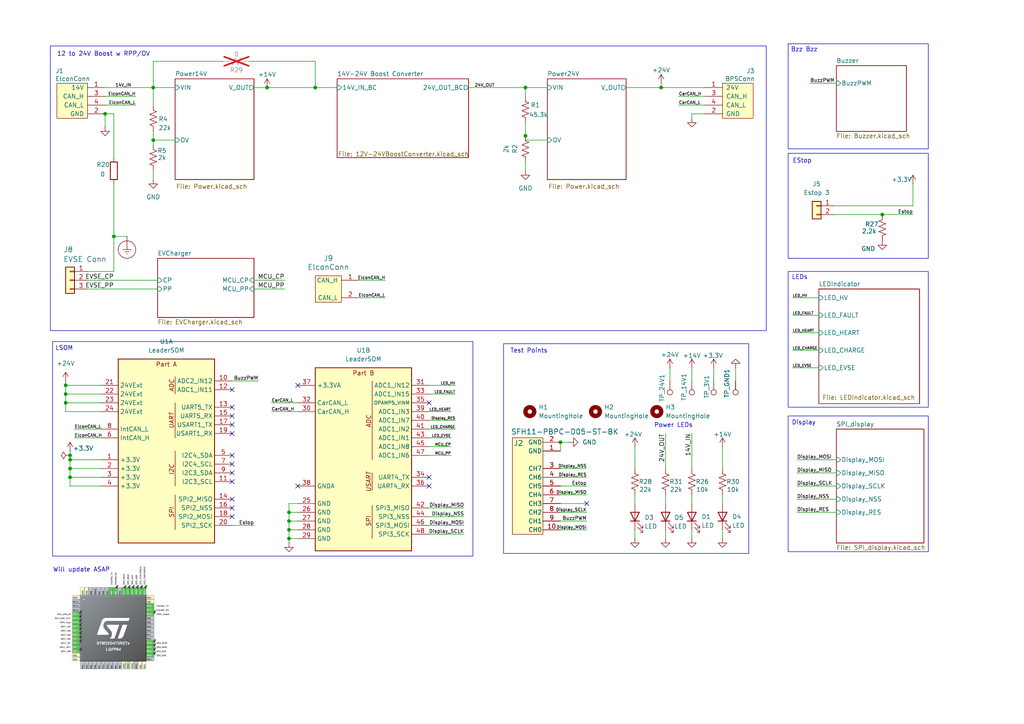
<source format=kicad_sch>
(kicad_sch (version 20250114) (generator "eeschema") (generator_version "9.0")
  (paper "A4")
  (lib_symbols
    (symbol "Connector:TestPoint" (pin_numbers (hide yes)) (pin_names (offset 0.762) (hide yes))
      (property "Reference" "TP" (at 0 6.858 0))
      (property "Value" "TestPoint" (at 0 5.08 0))
      (symbol "TestPoint_1_1"
        (pin passive line (at 0 0 90) (length 2.54) (name "1") (number "1"))
      )
    )
    (symbol "Connector_Generic:Conn_01x02" (pin_names (offset 1.016) (hide yes))
      (property "Reference" "J" (at 0 2.54 0))
      (property "Value" "Conn_01x02" (at 0 -5.08 0))
      (symbol "Conn_01x02_1_1"
        (pin passive line (at -5.08 0 0) (length 3.81) (name "Pin_1") (number "1"))
        (pin passive line (at -5.08 -2.54 0) (length 3.81) (name "Pin_2") (number "2"))
      )
    )
    (symbol "Connector_Generic:Conn_01x03" (pin_names (offset 1.016) (hide yes))
      (property "Reference" "J" (at 0 5.08 0))
      (property "Value" "Conn_01x03" (at 0 -5.08 0))
      (symbol "Conn_01x03_1_1"
        (pin passive line (at -5.08 2.54 0) (length 3.81) (name "Pin_1") (number "1"))
        (pin passive line (at -5.08 0 0) (length 3.81) (name "Pin_2") (number "2"))
        (pin passive line (at -5.08 -2.54 0) (length 3.81) (name "Pin_3") (number "3"))
      )
    )
    (symbol "Device:LED" (pin_numbers (hide yes)) (pin_names (offset 1.016) (hide yes))
      (property "Reference" "D" (at 0 2.54 0))
      (property "Value" "LED" (at 0 -2.54 0))
      (symbol "LED_1_1"
        (pin passive line (at -3.81 0 0) (length 2.54) (name "K") (number "1"))
        (pin passive line (at 3.81 0 180) (length 2.54) (name "A") (number "2"))
      )
    )
    (symbol "Device:R" (pin_numbers (hide yes)) (pin_names (offset 0))
      (property "Reference" "R" (at 2.032 0 90))
      (property "Value" "R" (at 0 0 90))
      (symbol "R_1_1"
        (pin passive line (at 0 3.81 270) (length 1.27) (name "~") (number "1"))
        (pin passive line (at 0 -3.81 90) (length 1.27) (name "~") (number "2"))
      )
    )
    (symbol "Device:R_US" (pin_numbers (hide yes)) (pin_names (offset 0))
      (property "Reference" "R" (at 2.54 0 90))
      (property "Value" "R_US" (at -2.54 0 90))
      (symbol "R_US_1_1"
        (pin passive line (at 0 3.81 270) (length 1.27) (name "~") (number "1"))
        (pin passive line (at 0 -3.81 90) (length 1.27) (name "~") (number "2"))
      )
    )
    (symbol "Mechanical:MountingHole" (pin_names (offset 1.016)) (in_bom no)
      (property "Reference" "H" (at 0 5.08 0))
      (property "Value" "MountingHole" (at 0 3.175 0))
    )
    (symbol "PeripheralCANConnector_1" (pin_names (offset 1.016))
      (property "Reference" "J1" (at -3.048 8.636 0))
      (property "Value" "ElconConn" (at 0.762 6.35 0))
      (symbol "PeripheralCANConnector_1_1_1"
        (pin power_out line (at 10.16 3.81 180) (length 5.08) (name "14V") (number "1"))
        (pin bidirectional line (at 10.16 1.27 180) (length 5.08) (name "CAN_H") (number "3"))
        (pin bidirectional line (at 10.16 -1.27 180) (length 5.08) (name "CAN_L") (number "4"))
        (pin power_in line (at 10.16 -3.81 180) (length 5.08) (name "GND") (number "2"))
      )
    )
    (symbol "power:+12V" (power) (pin_numbers (hide yes)) (pin_names (offset 0) (hide yes))
      (property "Value" "+12V" (at 0 3.556 0))
      (symbol "+12V_1_1"
        (pin power_in line (at 0 0 90) (length 0) (name "~") (number "1"))
      )
    )
    (symbol "power:+24V" (power) (pin_numbers (hide yes)) (pin_names (offset 0) (hide yes))
      (property "Value" "+24V" (at 0 3.556 0))
      (symbol "+24V_1_1"
        (pin power_in line (at 0 0 90) (length 0) (name "~") (number "1"))
      )
    )
    (symbol "power:+3.3V" (power) (pin_numbers (hide yes)) (pin_names (offset 0) (hide yes))
      (property "Value" "+3.3V" (at 0 3.556 0))
      (symbol "+3.3V_1_1"
        (pin power_in line (at 0 0 90) (length 0) (name "~") (number "1"))
      )
    )
    (symbol "power:Earth_Protective" (power) (pin_numbers (hide yes)) (pin_names (offset 0) (hide yes))
      (property "Value" "Earth_Protective" (at 0 -7.62 0))
      (symbol "Earth_Protective_1_1"
        (pin power_in line (at 0 0 270) (length 0) (name "~") (number "1"))
      )
    )
    (symbol "power:GND" (power) (pin_numbers (hide yes)) (pin_names (offset 0) (hide yes))
      (property "Value" "GND" (at 0 -3.81 0))
      (symbol "GND_1_1"
        (pin power_in line (at 0 0 270) (length 0) (name "~") (number "1"))
      )
    )
    (symbol "power:PWR_FLAG" (power) (pin_numbers (hide yes)) (pin_names (offset 0) (hide yes))
      (property "Value" "PWR_FLAG" (at 0 3.81 0))
      (symbol "PWR_FLAG_0_0"
        (pin power_out line (at 0 0 90) (length 0) (name "~") (number "1"))
      )
    )
    (symbol "utsvt_connectors2:CarCANConnector" (pin_names (offset 1.016))
      (property "Reference" "J" (at 0 7.874 0))
      (property "Value" "CarCANConnector" (at 0 5.588 0))
      (symbol "CarCANConnector_1_1"
        (pin bidirectional line (at 8.89 2.54 180) (length 5.08) (name "CAN_H") (number "1"))
        (pin bidirectional line (at 8.89 -2.54 180) (length 5.08) (name "CAN_L") (number "2"))
      )
    )
    (symbol "utsvt_connectors2:LeaderSOMConnector"
      (property "Reference" "U" (at 0 30.734 0))
      (property "Value" "LeaderSOM" (at -0.254 28.448 0))
      (symbol "LeaderSOMConnector_1_1"
        (text "Part A" (at 0 25.146 0) (effects (font (size 1.27 1.27))))
        (text "ADC" (at 1.524 19.05 900) (effects (font (size 1.27 1.27) (italic yes))))
        (text "UART" (at 1.524 8.89 900) (effects (font (size 1.27 1.27) (italic yes))))
        (text "I2C" (at 1.524 -5.334 900) (effects (font (size 1.27 1.27) (italic yes))))
        (text "SPI" (at 1.524 -17.78 900) (effects (font (size 1.27 1.27) (italic yes))))
        (pin input line (at -19.05 19.05 0) (length 5.08) (name "24VExt") (number "21"))
        (pin input line (at -19.05 16.51 0) (length 5.08) (name "24VExt") (number "22"))
        (pin input line (at -19.05 13.97 0) (length 5.08) (name "24VExt") (number "23"))
        (pin input line (at -19.05 11.43 0) (length 5.08) (name "24VExt") (number "24"))
        (pin input line (at -19.05 6.35 0) (length 5.08) (name "IntCAN_L") (number "8"))
        (pin input line (at -19.05 3.81 0) (length 5.08) (name "IntCAN_H") (number "6"))
        (pin output line (at -19.05 -2.54 0) (length 5.08) (name "+3.3V") (number "1"))
        (pin output line (at -19.05 -5.08 0) (length 5.08) (name "+3.3V") (number "2"))
        (pin output line (at -19.05 -7.62 0) (length 5.08) (name "+3.3V") (number "3"))
        (pin output line (at -19.05 -10.16 0) (length 5.08) (name "+3.3V") (number "4"))
        (pin no_connect line (at -19.05 -15.24 0) (length 5.08) (hide yes) (name "MNT") (number "49"))
        (pin no_connect line (at -19.05 -17.78 0) (length 5.08) (hide yes) (name "MNT") (number "50"))
        (pin no_connect line (at -19.05 -20.32 0) (length 5.08) (hide yes) (name "MNT") (number "51"))
        (pin no_connect line (at -19.05 -22.606 0) (length 5.08) (hide yes) (name "MNT") (number "52"))
        (pin input line (at 19.05 20.32 180) (length 5.08) (name "ADC2_IN12") (number "10"))
        (pin input line (at 19.05 17.78 180) (length 5.08) (name "ADC1_IN11") (number "12"))
        (pin bidirectional line (at 19.05 12.7 180) (length 5.08) (name "UART5_TX") (number "13"))
        (pin bidirectional line (at 19.05 10.16 180) (length 5.08) (name "UART5_RX") (number "15"))
        (pin bidirectional line (at 19.05 7.62 180) (length 5.08) (name "USART1_TX") (number "17"))
        (pin bidirectional line (at 19.05 5.08 180) (length 5.08) (name "USART1_RX") (number "19"))
        (pin bidirectional line (at 19.05 -1.27 180) (length 5.08) (name "I2C4_SDA") (number "5"))
        (pin input line (at 19.05 -3.81 180) (length 5.08) (name "I2C4_SCL") (number "7"))
        (pin bidirectional line (at 19.05 -6.35 180) (length 5.08) (name "I2C3_SDA") (number "9"))
        (pin input line (at 19.05 -8.89 180) (length 5.08) (name "I2C3_SCL") (number "11"))
        (pin input line (at 19.05 -13.97 180) (length 5.08) (name "SPI2_MISO") (number "14"))
        (pin output line (at 19.05 -16.51 180) (length 5.08) (name "SPI2_NSS") (number "16"))
        (pin output line (at 19.05 -19.05 180) (length 5.08) (name "SPI2_MOSI") (number "18"))
        (pin output line (at 19.05 -21.59 180) (length 5.08) (name "SPI2_SCK") (number "20"))
      )
      (symbol "LeaderSOMConnector_2_1"
        (text "Part B" (at 0 25.146 0) (effects (font (size 1.27 1.27))))
        (text "ADC" (at 1.524 11.176 900) (effects (font (size 1.27 1.27) (italic yes))))
        (text "USART" (at 1.524 -6.35 900) (effects (font (size 1.27 1.27) (italic yes))))
        (text "SPI" (at 1.524 -17.78 900) (effects (font (size 1.27 1.27) (italic yes))))
        (pin output line (at -19.05 21.59 0) (length 5.08) (name "+3.3VA") (number "37"))
        (pin input line (at -19.05 16.51 0) (length 5.08) (name "CarCAN_L") (number "32"))
        (pin input line (at -19.05 13.97 0) (length 5.08) (name "CarCAN_H") (number "30"))
        (pin input line (at -19.05 -7.62 0) (length 5.08) (name "GNDA") (number "38"))
        (pin input line (at -19.05 -12.7 0) (length 5.08) (name "GND") (number "25"))
        (pin input line (at -19.05 -15.24 0) (length 5.08) (name "GND") (number "26"))
        (pin input line (at -19.05 -17.78 0) (length 5.08) (name "GND") (number "27"))
        (pin input line (at -19.05 -20.32 0) (length 5.08) (name "GND") (number "28"))
        (pin input line (at -19.05 -22.86 0) (length 5.08) (name "GND") (number "29"))
        (pin input line (at 19.05 21.59 180) (length 5.08) (name "ADC1_IN12") (number "31"))
        (pin output line (at 19.05 19.05 180) (length 5.08) (name "ADC1_IN15") (number "33"))
        (pin output line (at 19.05 16.51 180) (length 5.08) (name "OPAMP5_VINM") (number "35"))
        (pin output line (at 19.05 13.97 180) (length 5.08) (name "ADC1_IN3") (number "39"))
        (pin input line (at 19.05 11.43 180) (length 5.08) (name "ADC1_IN7") (number "40"))
        (pin input line (at 19.05 8.89 180) (length 5.08) (name "ADC1_IN2") (number "41"))
        (pin input line (at 19.05 6.35 180) (length 5.08) (name "ADC1_IN1") (number "43"))
        (pin output line (at 19.05 3.81 180) (length 5.08) (name "ADC1_IN8") (number "45"))
        (pin output line (at 19.05 1.27 180) (length 5.08) (name "ADC1_IN6") (number "47"))
        (pin output line (at 19.05 -5.08 180) (length 5.08) (name "UART4_TX") (number "34"))
        (pin output line (at 19.05 -7.62 180) (length 5.08) (name "UART4_RX") (number "36"))
        (pin output line (at 19.05 -13.97 180) (length 5.08) (name "SPI3_MISO") (number "42"))
        (pin input line (at 19.05 -16.51 180) (length 5.08) (name "SPI3_NSS") (number "44"))
        (pin output line (at 19.05 -19.05 180) (length 5.08) (name "SPI3_MOSI") (number "46"))
        (pin output line (at 19.05 -21.59 180) (length 5.08) (name "SPI3_SCK") (number "48"))
      )
    )
    (symbol "utsvt_connectors2:PeripheralCANConnector" (pin_names (offset 1.016))
      (property "Reference" "J" (at 0.762 9.144 0))
      (property "Value" "PeripheralCAN" (at 8.128 6.858 0))
      (symbol "PeripheralCANConnector_1_1"
        (pin power_in line (at 10.16 3.81 180) (length 5.08) (name "24V") (number "1"))
        (pin bidirectional line (at 10.16 1.27 180) (length 5.08) (name "CAN_H") (number "3"))
        (pin bidirectional line (at 10.16 -1.27 180) (length 5.08) (name "CAN_L") (number "4"))
        (pin power_in line (at 10.16 -3.81 180) (length 5.08) (name "GND") (number "2"))
      )
    )
    (symbol "utsvt_connectors2:SFH11-PBPC-D05-ST-BK" (pin_names (offset 0.254))
      (property "Reference" "J2" (at 12.192 -23.876 0))
      (property "Value" "SFH11-PBPC-D05-ST-BK" (at -1.27 -27.178 0))
      (symbol "SFH11-PBPC-D05-ST-BK_1_1"
        (pin input line (at 0 1.27 0) (length 5.08) (name "CH0") (number "10"))
        (pin input line (at 0 -1.27 0) (length 5.08) (name "CH1") (number "9"))
        (pin input line (at 0 -3.81 0) (length 5.08) (name "CH2") (number "8"))
        (pin input line (at 0 -6.35 0) (length 5.08) (name "CH3") (number "7"))
        (pin input line (at 0 -8.89 0) (length 5.08) (name "CH4") (number "6"))
        (pin input line (at 0 -11.43 0) (length 5.08) (name "CH5") (number "5"))
        (pin input line (at 0 -13.97 0) (length 5.08) (name "CH6") (number "4"))
        (pin input line (at 0 -16.51 0) (length 5.08) (name "CH7") (number "3"))
        (pin input line (at 0 -21.59 0) (length 5.08) (name "GND") (number "1"))
        (pin input line (at 0 -24.13 0) (length 5.08) (name "GND") (number "2"))
      )
      (symbol "SFH11-PBPC-D05-ST-BK_1_2"
        (pin unspecified line (at 0 0 0) (length 5.08) (name "1") (number "1"))
        (pin unspecified line (at 0 -2.54 0) (length 5.08) (name "2") (number "2"))
        (pin unspecified line (at 0 -5.08 0) (length 5.08) (name "3") (number "3"))
        (pin unspecified line (at 0 -7.62 0) (length 5.08) (name "4") (number "4"))
        (pin unspecified line (at 0 -10.16 0) (length 5.08) (name "5") (number "5"))
        (pin unspecified line (at 0 -12.7 0) (length 5.08) (name "6") (number "6"))
        (pin unspecified line (at 0 -15.24 0) (length 5.08) (name "7") (number "7"))
        (pin unspecified line (at 0 -17.78 0) (length 5.08) (name "8") (number "8"))
        (pin unspecified line (at 0 -20.32 0) (length 5.08) (name "9") (number "9"))
        (pin unspecified line (at 0 -22.86 0) (length 5.08) (name "10") (number "10"))
      )
    )
  )
  (rectangle (start 15.24 99.06) (end 137.16 161.29))
  (rectangle (start 228.6 120.65) (end 269.24 160.02))
  (rectangle (start 146.05 99.695) (end 217.17 160.528))
  (rectangle (start 14.605 13.335) (end 222.25 95.885))
  (rectangle (start 228.6 78.74) (end 269.24 118.11))
  (rectangle (start 228.6 44.45) (end 269.24 74.93))
  (rectangle (start 228.6 12.7) (end 269.24 43.18))
  (text "Test Points" (at 153.416 101.854 0) (effects (font (size 1.27 1.27))))
  (text "Will update ASAP" (at 23.622 165.354 0) (effects (font (size 1.27 1.27))))
  (text "12 to 24V Boost w RPP/OV" (at 16.51 15.748 0) (effects (font (size 1.27 1.27)) (justify left)))
  (text "Bzz Bzz" (at 229.362 14.478 0) (effects (font (size 1.27 1.27)) (justify left)))
  (text "Power LEDs" (at 195.326 123.444 0) (effects (font (size 1.27 1.27))))
  (text "LSOM" (at 16.002 101.092 0) (effects (font (size 1.27 1.27)) (justify left)))
  (text "Display" (at 229.616 122.682 0) (effects (font (size 1.27 1.27)) (justify left)))
  (text "EStop\n" (at 232.664 46.736 0) (effects (font (size 1.27 1.27))))
  (text "LEDs" (at 229.616 80.518 0) (effects (font (size 1.27 1.27)) (justify left)))
  (junction (at 20.32 133.35))
  (junction (at 152.4 39.37))
  (junction (at 30.48 33.02))
  (junction (at 33.02 68.58))
  (junction (at 255.905 62.23))
  (junction (at 91.44 25.4))
  (junction (at 83.82 153.67))
  (junction (at 44.45 40.64))
  (junction (at 77.47 25.4))
  (junction (at 20.32 138.43))
  (junction (at 191.77 25.4))
  (junction (at 162.56 128.27))
  (junction (at 83.82 148.59))
  (junction (at 19.05 111.76))
  (junction (at 20.32 135.89))
  (junction (at 19.05 114.3))
  (junction (at 83.82 156.21))
  (junction (at 83.82 151.13))
  (junction (at 152.4 25.4))
  (junction (at 19.05 116.84))
  (junction (at 20.32 132.08))
  (junction (at 44.45 25.4))
  (no_connect (at 124.46 116.84))
  (no_connect (at 67.31 113.03))
  (no_connect (at 67.31 137.16))
  (no_connect (at 86.36 111.76))
  (no_connect (at 67.31 125.73))
  (no_connect (at 67.31 139.7))
  (no_connect (at 67.31 120.65))
  (no_connect (at 67.31 118.11))
  (no_connect (at 67.31 134.62))
  (no_connect (at 67.31 149.86))
  (no_connect (at 124.46 138.43))
  (no_connect (at 67.31 132.08))
  (no_connect (at 67.31 123.19))
  (no_connect (at 124.46 140.97))
  (no_connect (at 170.18 146.05))
  (no_connect (at 67.31 147.32))
  (no_connect (at 67.31 144.78))
  (no_connect (at 86.36 140.97))
  (wire (pts (xy 181.61 25.4) (xy 191.77 25.4)))
  (wire (pts (xy 204.47 27.94) (xy 196.85 27.94)))
  (wire (pts (xy 83.82 156.21) (xy 83.82 157.48)))
  (wire (pts (xy 200.66 156.21) (xy 200.66 153.67)))
  (wire (pts (xy 193.04 153.67) (xy 193.04 156.21)))
  (wire (pts (xy 213.36 110.49) (xy 213.36 106.68)))
  (wire (pts (xy 44.45 17.78) (xy 44.45 25.4)))
  (wire (pts (xy 264.795 62.23) (xy 255.905 62.23)))
  (wire (pts (xy 170.18 135.89) (xy 162.56 135.89)))
  (wire (pts (xy 200.66 33.02) (xy 200.66 34.29)))
  (wire (pts (xy 91.44 25.4) (xy 97.79 25.4)))
  (wire (pts (xy 20.32 138.43) (xy 20.32 140.97)))
  (wire (pts (xy 242.57 144.78) (xy 231.14 144.78)))
  (wire (pts (xy 191.77 25.4) (xy 204.47 25.4)))
  (wire (pts (xy 204.47 30.48) (xy 196.85 30.48)))
  (wire (pts (xy 25.4 78.74) (xy 33.02 78.74)))
  (wire (pts (xy 30.48 25.4) (xy 44.45 25.4)))
  (wire (pts (xy 104.14 86.36) (xy 111.76 86.36)))
  (wire (pts (xy 194.31 110.49) (xy 194.31 106.68)))
  (wire (pts (xy 44.45 40.64) (xy 50.8 40.64)))
  (wire (pts (xy 193.04 125.73) (xy 193.04 135.89)))
  (wire (pts (xy 170.18 143.51) (xy 162.56 143.51)))
  (wire (pts (xy 78.74 116.84) (xy 86.36 116.84)))
  (wire (pts (xy 25.4 83.82) (xy 45.72 83.82)))
  (wire (pts (xy 73.66 83.82) (xy 82.55 83.82)))
  (wire (pts (xy 19.05 114.3) (xy 29.21 114.3)))
  (wire (pts (xy 229.87 101.6) (xy 237.49 101.6)))
  (wire (pts (xy 83.82 153.67) (xy 83.82 156.21)))
  (wire (pts (xy 44.45 38.1) (xy 44.45 40.64)))
  (wire (pts (xy 104.14 81.28) (xy 111.76 81.28)))
  (wire (pts (xy 124.46 129.54) (xy 130.81 129.54)))
  (wire (pts (xy 21.59 127) (xy 29.21 127)))
  (wire (pts (xy 20.32 135.89) (xy 29.21 135.89)))
  (wire (pts (xy 242.57 137.16) (xy 231.14 137.16)))
  (wire (pts (xy 170.18 151.13) (xy 162.56 151.13)))
  (wire (pts (xy 30.48 36.83) (xy 30.48 33.02)))
  (wire (pts (xy 44.45 40.64) (xy 44.45 41.91)))
  (wire (pts (xy 242.57 140.97) (xy 231.14 140.97)))
  (wire (pts (xy 170.18 148.59) (xy 162.56 148.59)))
  (wire (pts (xy 124.46 121.92) (xy 132.08 121.92)))
  (wire (pts (xy 20.32 138.43) (xy 29.21 138.43)))
  (wire (pts (xy 209.55 146.05) (xy 209.55 143.51)))
  (wire (pts (xy 20.32 130.81) (xy 20.32 132.08)))
  (wire (pts (xy 77.47 25.4) (xy 91.44 25.4)))
  (wire (pts (xy 30.48 27.94) (xy 39.37 27.94)))
  (wire (pts (xy 130.81 119.38) (xy 124.46 119.38)))
  (wire (pts (xy 152.4 40.64) (xy 152.4 39.37)))
  (wire (pts (xy 124.46 154.94) (xy 134.62 154.94)))
  (wire (pts (xy 124.46 147.32) (xy 134.62 147.32)))
  (wire (pts (xy 83.82 148.59) (xy 86.36 148.59)))
  (wire (pts (xy 44.45 25.4) (xy 50.8 25.4)))
  (wire (pts (xy 200.66 106.68) (xy 200.66 110.49)))
  (wire (pts (xy 152.4 49.53) (xy 152.4 46.99)))
  (wire (pts (xy 170.18 153.67) (xy 162.56 153.67)))
  (wire (pts (xy 30.48 30.48) (xy 39.37 30.48)))
  (wire (pts (xy 152.4 40.64) (xy 158.75 40.64)))
  (wire (pts (xy 44.45 25.4) (xy 44.45 30.48)))
  (wire (pts (xy 170.18 138.43) (xy 162.56 138.43)))
  (wire (pts (xy 91.44 17.78) (xy 72.39 17.78)))
  (wire (pts (xy 20.32 133.35) (xy 20.32 135.89)))
  (wire (pts (xy 162.56 128.27) (xy 165.1 128.27)))
  (wire (pts (xy 152.4 35.56) (xy 152.4 39.37)))
  (wire (pts (xy 44.45 49.53) (xy 44.45 52.07)))
  (wire (pts (xy 229.87 91.44) (xy 237.49 91.44)))
  (wire (pts (xy 19.05 114.3) (xy 19.05 116.84)))
  (wire (pts (xy 83.82 156.21) (xy 86.36 156.21)))
  (wire (pts (xy 19.05 111.76) (xy 29.21 111.76)))
  (wire (pts (xy 242.57 148.59) (xy 231.14 148.59)))
  (wire (pts (xy 19.05 116.84) (xy 29.21 116.84)))
  (wire (pts (xy 124.46 132.08) (xy 130.81 132.08)))
  (wire (pts (xy 33.02 68.58) (xy 33.02 78.74)))
  (wire (pts (xy 135.89 25.4) (xy 152.4 25.4)))
  (wire (pts (xy 67.31 110.49) (xy 74.93 110.49)))
  (wire (pts (xy 229.87 86.36) (xy 237.49 86.36)))
  (wire (pts (xy 170.18 140.97) (xy 162.56 140.97)))
  (wire (pts (xy 184.15 129.54) (xy 184.15 135.89)))
  (wire (pts (xy 83.82 146.05) (xy 83.82 148.59)))
  (wire (pts (xy 19.05 111.76) (xy 19.05 114.3)))
  (wire (pts (xy 67.31 152.4) (xy 73.66 152.4)))
  (wire (pts (xy 20.32 132.08) (xy 20.32 133.35)))
  (wire (pts (xy 132.08 114.3) (xy 124.46 114.3)))
  (wire (pts (xy 200.66 146.05) (xy 200.66 143.51)))
  (wire (pts (xy 78.74 119.38) (xy 86.36 119.38)))
  (wire (pts (xy 209.55 129.54) (xy 209.55 135.89)))
  (wire (pts (xy 124.46 149.86) (xy 134.62 149.86)))
  (wire (pts (xy 91.44 17.78) (xy 91.44 25.4)))
  (wire (pts (xy 20.32 140.97) (xy 29.21 140.97)))
  (wire (pts (xy 204.47 33.02) (xy 200.66 33.02)))
  (wire (pts (xy 33.02 53.34) (xy 33.02 68.58)))
  (wire (pts (xy 19.05 119.38) (xy 29.21 119.38)))
  (wire (pts (xy 30.48 33.02) (xy 33.02 33.02)))
  (wire (pts (xy 25.4 81.28) (xy 45.72 81.28)))
  (wire (pts (xy 152.4 25.4) (xy 158.75 25.4)))
  (wire (pts (xy 20.32 133.35) (xy 29.21 133.35)))
  (wire (pts (xy 86.36 146.05) (xy 83.82 146.05)))
  (wire (pts (xy 255.905 62.23) (xy 241.935 62.23)))
  (wire (pts (xy 209.55 156.21) (xy 209.55 153.67)))
  (wire (pts (xy 44.45 17.78) (xy 64.77 17.78)))
  (wire (pts (xy 124.46 127) (xy 130.81 127)))
  (wire (pts (xy 19.05 116.84) (xy 19.05 119.38)))
  (wire (pts (xy 132.08 111.76) (xy 124.46 111.76)))
  (wire (pts (xy 33.02 68.58) (xy 36.83 68.58)))
  (wire (pts (xy 83.82 153.67) (xy 86.36 153.67)))
  (wire (pts (xy 229.87 96.52) (xy 237.49 96.52)))
  (wire (pts (xy 33.02 33.02) (xy 33.02 45.72)))
  (wire (pts (xy 124.46 124.46) (xy 132.08 124.46)))
  (wire (pts (xy 207.01 110.49) (xy 207.01 106.68)))
  (wire (pts (xy 234.95 24.13) (xy 242.57 24.13)))
  (wire (pts (xy 170.18 146.05) (xy 162.56 146.05)))
  (wire (pts (xy 184.15 143.51) (xy 184.15 146.05)))
  (wire (pts (xy 200.66 125.73) (xy 200.66 135.89)))
  (wire (pts (xy 19.05 110.49) (xy 19.05 111.76)))
  (wire (pts (xy 124.46 152.4) (xy 134.62 152.4)))
  (wire (pts (xy 191.77 25.4) (xy 191.77 24.13)))
  (wire (pts (xy 264.795 53.34) (xy 264.795 59.69)))
  (wire (pts (xy 83.82 148.59) (xy 83.82 151.13)))
  (wire (pts (xy 83.82 151.13) (xy 86.36 151.13)))
  (wire (pts (xy 77.47 25.4) (xy 73.66 25.4)))
  (wire (pts (xy 184.15 153.67) (xy 184.15 156.21)))
  (wire (pts (xy 73.66 81.28) (xy 82.55 81.28)))
  (wire (pts (xy 152.4 27.94) (xy 152.4 25.4)))
  (wire (pts (xy 162.56 128.27) (xy 162.56 130.81)))
  (wire (pts (xy 193.04 143.51) (xy 193.04 146.05)))
  (wire (pts (xy 242.57 133.35) (xy 231.14 133.35)))
  (wire (pts (xy 20.32 135.89) (xy 20.32 138.43)))
  (wire (pts (xy 21.59 124.46) (xy 29.21 124.46)))
  (wire (pts (xy 229.87 106.68) (xy 237.49 106.68)))
  (wire (pts (xy 83.82 151.13) (xy 83.82 153.67)))
  (wire (pts (xy 241.935 59.69) (xy 264.795 59.69)))
  (image (at 33.401 179.578) (scale 0.216973))
  (label "Estop" (at 73.66 152.4 180) (effects (font (size 1.016 1.016))))
  (label "BuzzPWM" (at 234.95 24.13 0) (effects (font (size 1.016 1.016))))
  (label "Display_RES" (at 132.08 121.92 180) (effects (font (size 0.762 0.762))))
  (label "CarCAN_L" (at 196.85 30.48 0) (effects (font (size 0.889 0.889))))
  (label "Display_RES" (at 170.18 138.43 180) (effects (font (size 0.889 0.889))))
  (label "LED_CHARGE" (at 229.87 101.6 0) (effects (font (size 0.762 0.762))))
  (label "MCU_CP" (at 82.55 81.28 180))
  (label "Estop" (at 264.795 62.23 180) (effects (font (size 1.016 1.016))))
  (label "MCU_CP" (at 130.81 129.54 180) (effects (font (size 0.762 0.762))))
  (label "BuzzPWM" (at 170.18 151.13 180) (effects (font (size 1.016 1.016))))
  (label "Display_NSS" (at 134.62 149.86 180) (effects (font (size 1.016 1.016))))
  (label "24V_OUT" (at 143.51 25.4 180) (effects (font (size 0.889 0.889))))
  (label "CarCAN_H" (at 196.85 27.94 0) (effects (font (size 0.889 0.889))))
  (label "14V_IN" (at 200.66 125.73 270))
  (label "Display_MISO" (at 170.18 143.51 180) (effects (font (size 0.889 0.889))))
  (label "CarCAN_H" (at 78.74 119.38 0) (effects (font (size 0.889 0.889))))
  (label "LED_EVSE" (at 130.81 127 180) (effects (font (size 0.762 0.762))))
  (label "MCU_PP" (at 130.81 132.08 180) (effects (font (size 0.762 0.762))))
  (label "MCU_PP" (at 82.55 83.82 180))
  (label "Display_NSS" (at 170.18 135.89 180) (effects (font (size 0.889 0.889))))
  (label "LED_HEART" (at 229.87 96.52 0) (effects (font (size 0.762 0.762))))
  (label "Display_RES" (at 231.14 148.59 0) (effects (font (size 1.016 1.016))))
  (label "ElconCAN_H" (at 21.59 127 0) (effects (font (size 0.889 0.889))))
  (label "Display_MISO" (at 134.62 147.32 180) (effects (font (size 1.016 1.016))))
  (label "Display_SCLK" (at 170.18 148.59 180) (effects (font (size 0.889 0.889))))
  (label "EVSE_CP" (at 33.02 81.28 180))
  (label "BuzzPWM" (at 74.93 110.49 180) (effects (font (size 1.016 1.016))))
  (label "LED_HEART" (at 130.81 119.38 180) (effects (font (size 0.762 0.762))))
  (label "ElconCAN_H" (at 111.76 81.28 180) (effects (font (size 0.889 0.889))))
  (label "LED_EVSE" (at 229.87 106.68 0) (effects (font (size 0.762 0.762))))
  (label "14V_IN" (at 38.1 25.4 180) (effects (font (size 0.889 0.889))))
  (label "ElconCAN_L" (at 111.76 86.36 180) (effects (font (size 0.889 0.889))))
  (label "EVSE_PP" (at 33.02 83.82 180))
  (label "Display_MOSI" (at 231.14 133.35 0) (effects (font (size 1.016 1.016))))
  (label "24V_OUT" (at 193.04 125.73 270))
  (label "ElconCAN_H" (at 39.37 27.94 180) (effects (font (size 0.889 0.889))))
  (label "LED_FAULT" (at 132.08 114.3 180) (effects (font (size 0.762 0.762))))
  (label "Display_NSS" (at 231.14 144.78 0) (effects (font (size 1.016 1.016))))
  (label "Display_MOSI" (at 134.62 152.4 180) (effects (font (size 1.016 1.016))))
  (label "LED_HV" (at 229.87 86.36 0) (effects (font (size 0.762 0.762))))
  (label "Display_MISO" (at 231.14 137.16 0) (effects (font (size 1.016 1.016))))
  (label "Display_MOSI" (at 170.18 153.67 180) (effects (font (size 0.889 0.889))))
  (label "ElconCAN_L" (at 39.37 30.48 180) (effects (font (size 0.889 0.889))))
  (label "Display_SCLK" (at 134.62 154.94 180) (effects (font (size 1.016 1.016))))
  (label "ElconCAN_L" (at 21.59 124.46 0) (effects (font (size 0.889 0.889))))
  (label "LED_HV" (at 132.08 111.76 180) (effects (font (size 0.762 0.762))))
  (label "Estop" (at 170.18 140.97 180) (effects (font (size 1.016 1.016))))
  (label "Display_SCLK" (at 231.14 140.97 0) (effects (font (size 1.016 1.016))))
  (label "CarCAN_L" (at 78.74 116.84 0) (effects (font (size 0.889 0.889))))
  (label "LED_FAULT" (at 229.87 91.44 0) (effects (font (size 0.762 0.762))))
  (label "LED_CHARGE" (at 132.08 124.46 180) (effects (font (size 0.762 0.762))))
  (symbol (lib_id "power:+24V") (at 191.77 24.13 0) (mirror y) (unit 1)
    (property "Reference" "#PWR08" (effects (hide yes)))
    (property "Value" "+24V" (at 191.77 20.32 0))
    (property "Description" "Power symbol creates a global label with name \"+24V\"" (effects (hide yes)))
  )
  (symbol (lib_id "Connector:TestPoint") (at 194.31 110.49 180) (unit 1) (in_bom no)
    (property "Reference" "TP_24V1" (at 192.024 108.458 90) (effects (justify left)))
    (property "Value" "TestPoint" (effects (hide yes)))
    (property "Footprint" "UTSVT_Special:TestPoint_HEX_3mmID" (effects (hide yes)))
    (property "Description" "test point" (effects (hide yes)))
  )
  (symbol (lib_id "power:GND") (at 165.1 128.27 90) (unit 1)
    (property "Reference" "#PWR06" (effects (hide yes)))
    (property "Value" "GND" (at 168.91 128.2699 90) (effects (justify right)))
    (property "Description" "Power symbol creates a global label with name \"GND\" , ground" (effects (hide yes)))
  )
  (symbol (lib_id "power:GND") (at 213.36 106.68 180) (unit 1)
    (property "Reference" "#PWR012" (effects (hide yes)))
    (property "Value" "GND" (effects (hide yes)))
    (property "Description" "Power symbol creates a global label with name \"GND\" , ground" (effects (hide yes)))
  )
  (symbol (lib_id "Device:R_US") (at 184.15 139.7 180) (unit 1)
    (property "Reference" "R28" (at 187.198 139.7 0))
    (property "Value" "22k" (at 187.198 141.986 0))
    (property "Footprint" "Resistor_SMD:R_0603_1608Metric" (effects (hide yes)))
    (property "Description" "Resistor, US symbol" (effects (hide yes)))
    (property "Distrbutor Link" "https://www.mouser.com/ProductDetail/Vishay/CRCW06034K30FKEA?qs=1ghF3ZI8kS%252BhxcgBxz%2F4yQ%3D%3D&srsltid=AfmBOooGDxdUf0ca1My_gTXe7egerjZn-Af-f653yPj3knX9z7sxclup" (effects (hide yes)))
    (property "Manufacturer" "Vishay" (effects (hide yes)))
    (property "P/N" "CRCW060322K0FKEAHP" (effects (hide yes)))
  )
  (symbol (lib_id "power:+24V") (at 194.31 106.68 0) (unit 1)
    (property "Reference" "#PWR010" (effects (hide yes)))
    (property "Value" "+24V" (at 194.31 102.87 0))
    (property "Description" "Power symbol creates a global label with name \"+24V\"" (effects (hide yes)))
  )
  (symbol (lib_id "power:+24V") (at 184.15 129.54 0) (mirror y) (unit 1)
    (property "Reference" "#PWR037" (effects (hide yes)))
    (property "Value" "+24V" (at 183.642 125.984 0))
    (property "Description" "Power symbol creates a global label with name \"+24V\"" (effects (hide yes)))
  )
  (symbol (lib_id "power:+12V") (at 200.66 106.68 0) (unit 1)
    (property "Reference" "#PWR03" (effects (hide yes)))
    (property "Value" "+14V" (at 200.66 103.124 0))
    (property "Description" "Power symbol creates a global label with name \"+12V\"" (effects (hide yes)))
  )
  (symbol (lib_id "Device:LED") (at 184.15 149.86 90) (unit 1)
    (property "Reference" "D3" (at 186.944 150.114 90) (effects (justify right)))
    (property "Value" "LED" (at 186.944 152.654 90) (effects (justify right)))
    (property "Footprint" "LED_SMD:LED_0603_1608Metric" (effects (hide yes)))
    (property "Description" "Light emitting diode" (effects (hide yes)))
    (property "Sim.Pins" "1=K 2=A" (effects (hide yes)))
    (property "P/N" "LTST-C193TBKT-5A" (effects (hide yes)))
  )
  (symbol (lib_id "power:GND") (at 83.82 157.48 0) (unit 1)
    (property "Reference" "#PWR013" (effects (hide yes)))
    (property "Value" "GND" (effects (hide yes)))
    (property "Description" "Power symbol creates a global label with name \"GND\" , ground" (effects (hide yes)))
  )
  (symbol (lib_id "utsvt_connectors2:LeaderSOMConnector") (at 105.41 133.35 0) (unit 2)
    (property "Reference" "U1" (at 105.41 101.6 0))
    (property "Value" "LeaderSOM" (at 105.41 104.14 0))
    (property "Footprint" "UTSVT_Special:LeaderSOM" (effects (hide yes)))
    (property "Datasheet" "https://github.com/lhr-solar/LeaderSOMPCB" (effects (hide yes)))
    (property "Description" "Symbol for both board-to-board connectors from the LeaderSOM" (effects (hide yes)))
  )
  (symbol (lib_id "Mechanical:MountingHole") (at 190.5 119.38 0) (unit 1) (in_bom no)
    (property "Reference" "H3" (at 193.04 118.1099 0) (effects (justify left)))
    (property "Value" "MountingHole" (at 193.04 120.6499 0) (effects (justify left)))
    (property "Footprint" "MountingHole:MountingHole_3mm_Pad_TopBottom" (effects (hide yes)))
    (property "Description" "Mounting Hole without connection" (effects (hide yes)))
  )
  (symbol (lib_id "power:+24V") (at 19.05 110.49 0) (unit 1)
    (property "Reference" "#PWR01" (effects (hide yes)))
    (property "Value" "+24V" (at 19.05 105.41 0))
    (property "Description" "Power symbol creates a global label with name \"+24V\"" (effects (hide yes)))
  )
  (symbol (lib_id "Connector:TestPoint") (at 213.36 110.49 180) (unit 1) (in_bom no)
    (property "Reference" "TP_GND1" (at 210.82 106.934 90) (effects (justify left)))
    (property "Value" "TestPoint" (effects (hide yes)))
    (property "Footprint" "UTSVT_Special:TestPoint_HEX_3mmID" (effects (hide yes)))
    (property "Description" "test point" (effects (hide yes)))
  )
  (symbol (lib_id "power:+3.3V") (at 20.32 130.81 0) (unit 1)
    (property "Reference" "#PWR02" (effects (hide yes)))
    (property "Value" "+3.3V" (at 24.13 130.048 0))
    (property "Description" "Power symbol creates a global label with name \"+3.3V\"" (effects (hide yes)))
  )
  (symbol (lib_id "Device:R_US") (at 44.45 45.72 180) (unit 1)
    (property "Reference" "R5" (at 46.99 43.688 0))
    (property "Value" "2k" (at 46.99 45.72 0))
    (property "Footprint" "Resistor_SMD:R_0603_1608Metric" (effects (hide yes)))
    (property "Description" "Resistor, US symbol" (effects (hide yes)))
    (property "Distrbutor Link" "https://www.mouser.com/ProductDetail/Vishay/CRCW06034K30FKEA?qs=1ghF3ZI8kS%252BhxcgBxz%2F4yQ%3D%3D&srsltid=AfmBOooGDxdUf0ca1My_gTXe7egerjZn-Af-f653yPj3knX9z7sxclup" (effects (hide yes)))
    (property "Manufacturer" "Vishay" (effects (hide yes)))
    (property "P/N" "CRCW06034K30FKEA" (effects (hide yes)))
  )
  (symbol (lib_id "Device:R") (at 33.02 49.53 180) (unit 1)
    (property "Reference" "R20" (at 27.94 47.752 0) (effects (justify right)))
    (property "Value" "0" (at 30.48 50.546 0) (effects (justify left)))
    (property "Footprint" "Resistor_SMD:R_0603_1608Metric" (effects (hide yes)))
    (property "Description" "Resistor" (effects (hide yes)))
    (property "P/N" "CRCW06030000Z0EE" (effects (hide yes)))
  )
  (symbol (lib_id "power:GND") (at 193.04 156.21 0) (unit 1)
    (property "Reference" "#PWR075" (effects (hide yes)))
    (property "Value" "GND" (effects (hide yes)))
    (property "Description" "Power symbol creates a global label with name \"GND\" , ground" (effects (hide yes)))
  )
  (symbol (lib_id "Device:R_US") (at 209.55 139.7 180) (unit 1)
    (property "Reference" "R30" (at 212.598 139.7 0))
    (property "Value" "10k" (at 212.598 141.986 0))
    (property "Footprint" "Resistor_SMD:R_0603_1608Metric" (effects (hide yes)))
    (property "Description" "Resistor, US symbol" (effects (hide yes)))
    (property "Distrbutor Link" "https://www.mouser.com/ProductDetail/Vishay/CRCW06034K30FKEA?qs=1ghF3ZI8kS%252BhxcgBxz%2F4yQ%3D%3D&srsltid=AfmBOooGDxdUf0ca1My_gTXe7egerjZn-Af-f653yPj3knX9z7sxclup" (effects (hide yes)))
    (property "Manufacturer" "Vishay" (effects (hide yes)))
    (property "P/N" "CRCW060310K0FKEI " (effects (hide yes)))
  )
  (symbol (lib_id "Device:LED") (at 193.04 149.86 90) (unit 1)
    (property "Reference" "D5" (at 195.58 150.114 90) (effects (justify right)))
    (property "Value" "LED" (at 195.58 152.654 90) (effects (justify right)))
    (property "Footprint" "LED_SMD:LED_0603_1608Metric" (effects (hide yes)))
    (property "Description" "Light emitting diode" (effects (hide yes)))
    (property "Sim.Pins" "1=K 2=A" (effects (hide yes)))
    (property "P/N" "LTST-C193TBKT-5A" (effects (hide yes)))
  )
  (symbol (lib_id "Device:R_US") (at 200.66 139.7 180) (unit 1)
    (property "Reference" "R26" (at 203.708 139.7 0))
    (property "Value" "10k" (at 203.708 141.986 0))
    (property "Footprint" "Resistor_SMD:R_0603_1608Metric" (effects (hide yes)))
    (property "Description" "Resistor, US symbol" (effects (hide yes)))
    (property "Distrbutor Link" "https://www.mouser.com/ProductDetail/Vishay/CRCW06034K30FKEA?qs=1ghF3ZI8kS%252BhxcgBxz%2F4yQ%3D%3D&srsltid=AfmBOooGDxdUf0ca1My_gTXe7egerjZn-Af-f653yPj3knX9z7sxclup" (effects (hide yes)))
    (property "Manufacturer" "Vishay" (effects (hide yes)))
    (property "P/N" "CRCW060310K0FKEI " (effects (hide yes)))
  )
  (symbol (lib_id "power:GND") (at 184.15 156.21 0) (unit 1)
    (property "Reference" "#PWR067" (effects (hide yes)))
    (property "Value" "GND" (effects (hide yes)))
    (property "Description" "Power symbol creates a global label with name \"GND\" , ground" (effects (hide yes)))
  )
  (symbol (lib_id "power:Earth_Protective") (at 36.83 68.58 0) (unit 1)
    (property "Reference" "#PWR014" (effects (hide yes)))
    (property "Value" "Earth_Protective" (effects (hide yes)))
    (property "Description" "Power symbol creates a global label with name \"Earth_Protective\"" (effects (hide yes)))
  )
  (symbol (lib_id "utsvt_connectors2:LeaderSOMConnector") (at 48.26 130.81 0) (unit 1)
    (property "Reference" "U1" (at 48.26 99.06 0))
    (property "Value" "LeaderSOM" (at 48.26 101.6 0))
    (property "Footprint" "UTSVT_Special:LeaderSOM" (effects (hide yes)))
    (property "Datasheet" "https://github.com/lhr-solar/LeaderSOMPCB" (effects (hide yes)))
    (property "Description" "Symbol for both board-to-board connectors from the LeaderSOM" (effects (hide yes)))
  )
  (symbol (lib_id "Device:R_US") (at 193.04 139.7 180) (unit 1)
    (property "Reference" "R31" (at 196.088 139.7 0))
    (property "Value" "22k" (at 196.088 141.986 0))
    (property "Footprint" "Resistor_SMD:R_0603_1608Metric" (effects (hide yes)))
    (property "Description" "Resistor, US symbol" (effects (hide yes)))
    (property "Distrbutor Link" "https://www.mouser.com/ProductDetail/Vishay/CRCW06034K30FKEA?qs=1ghF3ZI8kS%252BhxcgBxz%2F4yQ%3D%3D&srsltid=AfmBOooGDxdUf0ca1My_gTXe7egerjZn-Af-f653yPj3knX9z7sxclup" (effects (hide yes)))
    (property "Manufacturer" "Vishay" (effects (hide yes)))
    (property "P/N" "CRCW060322K0FKEAHP" (effects (hide yes)))
  )
  (symbol (lib_id "Connector:TestPoint") (at 200.66 110.49 180) (unit 1) (in_bom no)
    (property "Reference" "TP_14V1" (at 198.374 108.204 90) (effects (justify left)))
    (property "Value" "TestPoint" (effects (hide yes)))
    (property "Footprint" "UTSVT_Special:TestPoint_HEX_3mmID" (effects (hide yes)))
    (property "Description" "test point" (effects (hide yes)))
  )
  (symbol (lib_id "Device:LED") (at 200.66 149.86 90) (unit 1)
    (property "Reference" "D1" (at 203.454 149.86 90) (effects (justify right)))
    (property "Value" "LED" (at 203.454 152.4 90) (effects (justify right)))
    (property "Footprint" "LED_SMD:LED_0603_1608Metric" (effects (hide yes)))
    (property "Description" "Light emitting diode" (effects (hide yes)))
    (property "Sim.Pins" "1=K 2=A" (effects (hide yes)))
    (property "P/N" "LS Q976.01-N1Q2-1" (effects (hide yes)))
  )
  (symbol (lib_id "power:+12V") (at 209.55 129.54 0) (unit 1)
    (property "Reference" "#PWR071" (effects (hide yes)))
    (property "Value" "+14V" (at 209.55 125.984 0))
    (property "Description" "Power symbol creates a global label with name \"+12V\"" (effects (hide yes)))
  )
  (symbol (lib_id "Device:R_US") (at 255.905 66.04 0) (mirror x) (unit 1)
    (property "Reference" "R27" (at 252.857 65.024 0))
    (property "Value" "2.2k" (at 252.095 67.056 0))
    (property "Footprint" "Resistor_SMD:R_0603_1608Metric" (effects (hide yes)))
    (property "Description" "Resistor, US symbol" (effects (hide yes)))
    (property "Distrbutor Link" "https://www.mouser.com/ProductDetail/Vishay/CRCW06034K30FKEA?qs=1ghF3ZI8kS%252BhxcgBxz%2F4yQ%3D%3D&srsltid=AfmBOooGDxdUf0ca1My_gTXe7egerjZn-Af-f653yPj3knX9z7sxclup" (effects (hide yes)))
    (property "Manufacturer" "Vishay" (effects (hide yes)))
    (property "P/N" "CRCW06034K30FKEA" (effects (hide yes)))
  )
  (symbol (lib_id "power:+3.3V") (at 207.01 106.68 0) (mirror y) (unit 1)
    (property "Reference" "#PWR05" (effects (hide yes)))
    (property "Value" "+3.3V" (at 206.756 103.124 0))
    (property "Description" "Power symbol creates a global label with name \"+3.3V\"" (effects (hide yes)))
  )
  (symbol (lib_id "power:+3.3V") (at 264.795 53.34 0) (mirror y) (unit 1)
    (property "Reference" "#PWR016" (effects (hide yes)))
    (property "Value" "+3.3V" (at 261.493 52.07 0))
    (property "Description" "Power symbol creates a global label with name \"+3.3V\"" (effects (hide yes)))
  )
  (symbol (lib_id "Connector:TestPoint") (at 207.01 110.49 180) (unit 1) (in_bom no)
    (property "Reference" "TP_3V1" (at 204.978 108.712 90) (effects (justify left)))
    (property "Value" "TestPoint" (effects (hide yes)))
    (property "Footprint" "UTSVT_Special:TestPoint_HEX_3mmID" (effects (hide yes)))
    (property "Description" "test point" (effects (hide yes)))
  )
  (symbol (lib_id "power:GND") (at 44.45 52.07 0) (unit 1)
    (property "Reference" "#PWR018" (effects (hide yes)))
    (property "Value" "GND" (at 44.45 57.15 0))
    (property "Description" "Power symbol creates a global label with name \"GND\" , ground" (effects (hide yes)))
  )
  (symbol (lib_id "power:GND") (at 30.48 36.83 0) (unit 1)
    (property "Reference" "#PWR04" (effects (hide yes)))
    (property "Value" "GND" (effects (hide yes)))
    (property "Description" "Power symbol creates a global label with name \"GND\" , ground" (effects (hide yes)))
  )
  (symbol (lib_id "power:GND") (at 200.66 156.21 0) (unit 1)
    (property "Reference" "#PWR031" (effects (hide yes)))
    (property "Value" "GND" (effects (hide yes)))
    (property "Description" "Power symbol creates a global label with name \"GND\" , ground" (effects (hide yes)))
  )
  (symbol (lib_id "Device:R_US") (at 152.4 43.18 0) (unit 1)
    (property "Reference" "R2" (at 149.352 43.18 90))
    (property "Value" "2k" (at 146.812 43.18 90))
    (property "Footprint" "Resistor_SMD:R_0603_1608Metric" (effects (hide yes)))
    (property "Description" "Resistor, US symbol" (effects (hide yes)))
    (property "Distrbutor Link" "https://www.mouser.com/ProductDetail/Vishay/CRCW06034K30FKEA?qs=1ghF3ZI8kS%252BhxcgBxz%2F4yQ%3D%3D&srsltid=AfmBOooGDxdUf0ca1My_gTXe7egerjZn-Af-f653yPj3knX9z7sxclup" (effects (hide yes)))
    (property "Manufacturer" "Vishay" (effects (hide yes)))
    (property "P/N" "CRCW06034K30FKEA" (effects (hide yes)))
  )
  (symbol (lib_id "power:PWR_FLAG") (at 20.32 132.08 90) (unit 1)
    (property "Reference" "#FLG01" (effects (hide yes)))
    (property "Value" "PWR_FLAG" (effects (hide yes)))
    (property "Description" "Special symbol for telling ERC where power comes from" (effects (hide yes)))
  )
  (symbol (lib_id "utsvt_connectors2:CarCANConnector") (at 95.25 83.82 0) (unit 1)
    (property "Reference" "J9" (at 95.25 74.93 0) (effects (font (size 1.524 1.524))))
    (property "Value" "ElconConn" (at 95.25 77.47 0) (effects (font (size 1.524 1.524))))
    (property "Footprint" "UTSVT_Connectors:Molex_Nano-Fit_105309-xx02_1x02_P2.50mm_Vertical" (effects (hide yes)))
    (property "Datasheet" "https://www.digikey.com/en/products/detail/molex/1053091102/7693146" (effects (hide yes)))
    (property "Description" "Connector" (effects (hide yes)))
    (property "P/N" "1053091102" (effects (hide yes)))
  )
  (symbol (lib_name "PeripheralCANConnector_1") (lib_id "utsvt_connectors2:PeripheralCANConnector") (at 20.32 29.21 0) (unit 1)
    (property "Reference" "J1" (at 17.272 20.574 0))
    (property "Value" "ElconConn" (at 21.082 22.86 0))
    (property "Footprint" "UTSVT_Connectors:Molex_Nano-Fit_105309-xx04_1x04_P2.50mm_Vertical" (effects (hide yes)))
    (property "Datasheet" "https://www.mouser.com/ProductDetail/Molex/105309-1204?qs=PqFvFmEiOr6mDAWV2BJKbg%3D%3D&srsltid=AfmBOopk7YsqdMLo2_DAHKaHKt3Hg126ooPXYWv5Q2Pfx6rW7DaYZCT2" (effects (hide yes)))
    (property "Description" "Connection to the car's Peripheral CAN bus." (effects (hide yes)))
    (property "P/N" "105309-1304" (effects (hide yes)))
    (property "Distrbutor Link" "https://www.mouser.com/ProductDetail/Molex/105309-1304?qs=PqFvFmEiOr7pRuIhRt3FvA%3D%3D&srsltid=AfmBOoqGbnYpB4rV_-g4Kx8ykx5tTRTFVOg5uGEKGY3ZnnEpMhCm8XoN" (effects (hide yes)))
    (property "Manufacturer" "Molex" (effects (hide yes)))
  )
  (symbol (lib_id "utsvt_connectors2:PeripheralCANConnector") (at 214.63 29.21 0) (mirror y) (unit 1)
    (property "Reference" "J3" (at 217.678 20.574 0))
    (property "Value" "BPSConn" (at 214.63 22.86 0))
    (property "Footprint" "UTSVT_Connectors:Molex_Nano-Fit_105309-xx04_1x04_P2.50mm_Vertical" (effects (hide yes)))
    (property "Datasheet" "https://www.mouser.com/ProductDetail/Molex/105309-1204?qs=PqFvFmEiOr6mDAWV2BJKbg%3D%3D&srsltid=AfmBOopk7YsqdMLo2_DAHKaHKt3Hg126ooPXYWv5Q2Pfx6rW7DaYZCT2" (effects (hide yes)))
    (property "Description" "Connection to the car's Peripheral CAN bus." (effects (hide yes)))
    (property "P/N" "105309-1304" (effects (hide yes)))
    (property "Distrbutor Link" "https://www.mouser.com/ProductDetail/Molex/105309-1304?qs=PqFvFmEiOr7pRuIhRt3FvA%3D%3D&srsltid=AfmBOoqGbnYpB4rV_-g4Kx8ykx5tTRTFVOg5uGEKGY3ZnnEpMhCm8XoN" (effects (hide yes)))
    (property "Manufacturer" "Molex" (effects (hide yes)))
  )
  (symbol (lib_id "power:GND") (at 255.905 69.85 0) (mirror y) (unit 1)
    (property "Reference" "#PWR029" (effects (hide yes)))
    (property "Value" "GND" (at 251.841 72.136 0))
    (property "Description" "Power symbol creates a global label with name \"GND\" , ground" (effects (hide yes)))
  )
  (symbol (lib_id "Connector_Generic:Conn_01x03") (at 20.32 81.28 0) (mirror y) (unit 1)
    (property "Reference" "J8" (at 19.812 72.39 0) (effects (font (size 1.524 1.524))))
    (property "Value" "EVSE Conn" (at 24.638 75.184 0) (effects (font (size 1.524 1.524))))
    (property "Footprint" "1053091303:CONN_SD-105309-100_03_MOL" (effects (hide yes)))
    (property "Datasheet" "https://www.molex.com/en-us/products/part-detail-pdf/1053091303?display=pdf" (effects (hide yes)))
    (property "P/N" "105309-1303" (effects (hide yes)))
  )
  (symbol (lib_id "Device:R_US") (at 44.45 34.29 0) (unit 1)
    (property "Reference" "R4" (at 45.974 34.544 0) (effects (justify left)))
    (property "Value" "22k" (at 45.974 37.084 0) (effects (justify left)))
    (property "Footprint" "Resistor_SMD:R_0603_1608Metric" (effects (hide yes)))
    (property "Description" "Resistor, US symbol" (effects (hide yes)))
    (property "Distrbutor Link" "https://www.mouser.com/ProductDetail/Vishay/CRCW060347K0FKECC?qs=wd5RIQLrsJhZ%252BAw%2FUwL2SA%3D%3D&srsltid=AfmBOopg8wrZFZZBA61SJ91W64_G5JVRG1qMX-30T2ST5vqCv43Fsog6" (effects (hide yes)))
    (property "Manufacturer" "Vishay" (effects (hide yes)))
    (property "P/N" "CRCW060322K0FKEAHP" (effects (hide yes)))
  )
  (symbol (lib_id "Connector_Generic:Conn_01x02") (at 236.855 59.69 0) (mirror y) (unit 1)
    (property "Reference" "J5" (at 236.855 53.34 0))
    (property "Value" "Estop 3" (at 236.855 55.88 0))
    (property "Footprint" "153091202:1053091202" (effects (hide yes)))
    (property "Datasheet" "https://www.molex.com/en-us/products/part-detail/1053091202?display=pdf" (effects (hide yes)))
    (property "Description" "Generic connector, single row, 01x02, script generated (kicad-library-utils/schlib/autogen/connector/)" (effects (hide yes)))
    (property "Distrbutor Link" "https://www.mouser.com/ProductDetail/Molex/105309-1202?qs=PqFvFmEiOr43z2VKs7gb%2Fg%3D%3D" (effects (hide yes)))
    (property "Manufacturer" "Molex" (effects (hide yes)))
    (property "P/N" "105309-1202" (effects (hide yes)))
  )
  (symbol (lib_id "power:GND") (at 209.55 156.21 0) (unit 1)
    (property "Reference" "#PWR069" (effects (hide yes)))
    (property "Value" "GND" (effects (hide yes)))
    (property "Description" "Power symbol creates a global label with name \"GND\" , ground" (effects (hide yes)))
  )
  (symbol (lib_id "Mechanical:MountingHole") (at 153.67 119.38 0) (unit 1) (in_bom no)
    (property "Reference" "H1" (at 156.21 118.1099 0) (effects (justify left)))
    (property "Value" "MountingHole" (at 156.21 120.6499 0) (effects (justify left)))
    (property "Footprint" "MountingHole:MountingHole_3mm_Pad_TopBottom" (effects (hide yes)))
    (property "Description" "Mounting Hole without connection" (effects (hide yes)))
  )
  (symbol (lib_id "utsvt_connectors2:SFH11-PBPC-D05-ST-BK") (at 162.56 152.4 180) (unit 1)
    (property "Reference" "J2" (at 150.368 128.524 0) (effects (font (size 1.524 1.524))))
    (property "Value" "SFH11-PBPC-D05-ST-BK" (at 163.83 125.222 0) (effects (font (size 1.524 1.524))))
    (property "Footprint" "UTSVT_Connectors:CONN_SFH11-xxxC-D05-ST-XX_SUL" (effects (hide yes)))
    (property "Datasheet" "https://www.digikey.com/en/products/detail/sullins-connector-solutions/SFH11-PBPC-D05-ST-BK/1990087?gclsrc=aw.ds&gad_source=1&gad_campaignid=120565755&gbraid=0AAAAADrbLljEsXDDEt5svizMM4jeYrL-A&gclid=Cj0KCQjwwZDFBhCpARIsAB95qO2YCKMg2VQme3QQBBCFa3dTLVMMS-qCbMZE8KZJpYe-_Bi6ULwi-x0aAvv3EALw_wcB" (effects (hide yes)))
    (property "Description" "Connector interfacing with logic analyzers" (effects (hide yes)))
    (property "P/N" "SFH11-PBPC-D05-ST-BK" (effects (hide yes)))
    (property "Distrbutor Link" "https://www.digikey.com/en/products/detail/sullins-connector-solutions/SFH11-PBPC-D05-ST-BK/1990087" (effects (hide yes)))
    (property "Manufacturer" "Sullins Connector Solutions" (effects (hide yes)))
  )
  (symbol (lib_id "power:GND") (at 200.66 34.29 0) (unit 1)
    (property "Reference" "#PWR07" (effects (hide yes)))
    (property "Value" "GND" (effects (hide yes)))
    (property "Description" "Power symbol creates a global label with name \"GND\" , ground" (effects (hide yes)))
  )
  (symbol (lib_id "Device:R_US") (at 152.4 31.75 0) (unit 1)
    (property "Reference" "R1" (at 153.924 30.48 0) (effects (justify left)))
    (property "Value" "45.3k" (at 153.416 33.274 0) (effects (justify left)))
    (property "Footprint" "Resistor_SMD:R_0603_1608Metric" (effects (hide yes)))
    (property "Description" "Resistor, US symbol" (effects (hide yes)))
    (property "Distrbutor Link" "https://www.mouser.com/ProductDetail/Vishay/CRCW0603100KFKEE?qs=%252B6g0mu59x7I1D%252BO0qMg%252Bjg%3D%3D&srsltid=AfmBOopUoX5SRH4kgw3t3NsysWvdNpHKSQXbyiBR5Kri4fiJTbfEazFl" (effects (hide yes)))
    (property "Manufacturer" "Vishay" (effects (hide yes)))
    (property "P/N" "CRCW0603100KFKEE" (effects (hide yes)))
  )
  (symbol (lib_id "Device:LED") (at 209.55 149.86 90) (unit 1)
    (property "Reference" "D4" (at 212.344 149.86 90) (effects (justify right)))
    (property "Value" "LED" (at 212.344 152.4 90) (effects (justify right)))
    (property "Footprint" "LED_SMD:LED_0603_1608Metric" (effects (hide yes)))
    (property "Description" "Light emitting diode" (effects (hide yes)))
    (property "Sim.Pins" "1=K 2=A" (effects (hide yes)))
    (property "P/N" "LS Q976.01-N1Q2-1" (effects (hide yes)))
  )
  (symbol (lib_id "Mechanical:MountingHole") (at 172.72 119.38 0) (unit 1) (in_bom no)
    (property "Reference" "H2" (at 175.26 118.1099 0) (effects (justify left)))
    (property "Value" "MountingHole" (at 175.26 120.6499 0) (effects (justify left)))
    (property "Footprint" "MountingHole:MountingHole_3mm_Pad_TopBottom" (effects (hide yes)))
    (property "Description" "Mounting Hole without connection" (effects (hide yes)))
  )
  (symbol (lib_id "power:GND") (at 152.4 49.53 0) (unit 1)
    (property "Reference" "#PWR064" (effects (hide yes)))
    (property "Value" "GND" (at 152.4 54.61 0))
    (property "Description" "Power symbol creates a global label with name \"GND\" , ground" (effects (hide yes)))
  )
  (symbol (lib_id "Device:R_US") (at 68.58 17.78 90) (unit 1) (dnp yes)
    (property "Reference" "R29" (at 68.58 20.32 90))
    (property "Value" "0" (at 68.58 15.748 90))
    (property "Footprint" "Resistor_SMD:R_2512_6332Metric" (effects (hide yes)))
    (property "Description" "Resistor, US symbol" (effects (hide yes)))
    (property "P/N" "CRCW06030000Z0EE" (effects (hide yes)))
  )
  (symbol (lib_id "power:+12V") (at 77.47 25.4 0) (unit 1)
    (property "Reference" "#PWR017" (effects (hide yes)))
    (property "Value" "+14V" (at 77.47 21.59 0))
    (property "Description" "Power symbol creates a global label with name \"+12V\"" (effects (hide yes)))
  )
  (sheet (at 242.57 19.05) (size 20.32 19.05) (stroke (width 0.1524))
    (property "Sheetname" "Buzzer" (at 242.57 18.3384 0) (effects (justify left bottom)))
    (property "Sheetfile" "Buzzer.kicad_sch" (at 242.57 38.6846 0) (effects (justify left top)))
    (pin "BuzzPWM" input (at 242.57 24.13 180))
  )
  (sheet (at 97.79 22.86) (size 38.1 22.86) (stroke (width 0.1524))
    (property "Sheetname" "14V-24V Boost Converter" (at 97.79 22.1484 0) (effects (justify left bottom)))
    (property "Sheetfile" "12V-24VBoostConverter.kicad_sch" (at 98.044 43.942 0) (effects (justify left top)))
    (pin "14V_IN_BC" input (at 97.79 25.4 180))
    (pin "24V_OUT_BC" output (at 135.89 25.4 0))
  )
  (sheet (at 158.75 22.86) (size 22.86 29.21) (stroke (width 0.1524))
    (property "Sheetname" "Power24V" (at 158.75 22.1484 0) (effects (justify left bottom)))
    (property "Sheetfile" "Power.kicad_sch" (at 159.004 53.34 0) (effects (justify left top)))
    (pin "VIN" input (at 158.75 25.4 180))
    (pin "V_OUT" output (at 181.61 25.4 0))
    (pin "OV" input (at 158.75 40.64 180))
  )
  (sheet (at 237.49 83.82) (size 29.21 33.274) (stroke (width 0.1524))
    (property "Sheetname" "LEDIndicator" (at 237.49 83.1084 0) (effects (justify left bottom)))
    (property "Sheetfile" "LEDIndicator.kicad_sch" (at 238.506 114.554 0) (effects (justify left top)))
    (pin "LED_CHARGE" input (at 237.49 101.6 180))
    (pin "LED_EVSE" input (at 237.49 106.68 180))
    (pin "LED_FAULT" input (at 237.49 91.44 180))
    (pin "LED_HEART" input (at 237.49 96.52 180))
    (pin "LED_HV" input (at 237.49 86.36 180))
  )
  (sheet (at 242.57 124.46) (size 25.4 33.02) (stroke (width 0.1524))
    (property "Sheetname" "SPI_display" (at 242.57 123.7484 0) (effects (justify left bottom)))
    (property "Sheetfile" "SPI_display.kicad_sch" (at 242.57 158.0646 0) (effects (justify left top)))
    (pin "Display_MISO" input (at 242.57 137.16 180))
    (pin "Display_MOSI" input (at 242.57 133.35 180))
    (pin "Display_NSS" input (at 242.57 144.78 180))
    (pin "Display_SCLK" input (at 242.57 140.97 180))
    (pin "Display_RES" input (at 242.57 148.59 180))
  )
  (sheet (at 45.72 74.93) (size 27.94 17.145) (stroke (width 0.1524))
    (property "Sheetname" "EVCharger" (at 45.72 74.2184 0) (effects (justify left bottom)))
    (property "Sheetfile" "EVCharger.kicad_sch" (at 45.72 92.6596 0) (effects (justify left top)))
    (pin "CP" input (at 45.72 81.28 180))
    (pin "MCU_CP" input (at 73.66 81.28 0))
    (pin "MCU_PP" input (at 73.66 83.82 0))
    (pin "PP" input (at 45.72 83.82 180))
  )
  (sheet (at 50.8 22.86) (size 22.86 29.21) (stroke (width 0.1524))
    (property "Sheetname" "Power14V" (at 50.8 22.1484 0) (effects (justify left bottom)))
    (property "Sheetfile" "Power.kicad_sch" (at 51.054 53.34 0) (effects (justify left top)))
    (pin "VIN" input (at 50.8 25.4 180))
    (pin "V_OUT" output (at 73.66 25.4 0))
    (pin "OV" input (at 50.8 40.64 180))
  )
)
</source>
